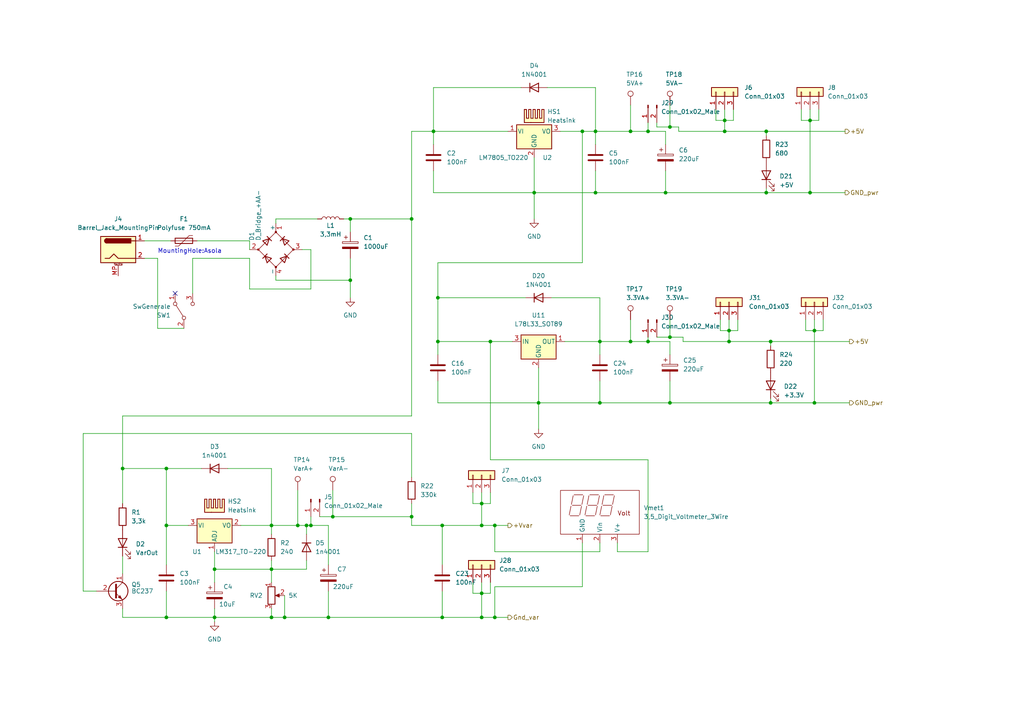
<source format=kicad_sch>
(kicad_sch (version 20211123) (generator eeschema)
  (paper "A4")
  (lib_symbols
    (symbol "Connector:Barrel_Jack_MountingPin" (pin_names hide)
      (property "Reference" "J" (at 0 5.334 0))
      (property "Value" "Barrel_Jack_MountingPin" (at 1.27 -6.35 0))
      (symbol "Barrel_Jack_MountingPin_0_1"
        (rectangle (start -5.08 3.81) (end 5.08 -3.81) (stroke (width 0.254)) (fill (type background)))
        (arc (start -3.302 3.175) (mid -3.937 2.54) (end -3.302 1.905) (stroke (width 0.254)))
        (arc (start -3.302 3.175) (mid -3.937 2.54) (end -3.302 1.905) (stroke (width 0.254)) (fill (type outline)))
        (polyline (pts (xy 5.08 2.54) (xy 3.81 2.54)) (stroke (width 0.254)))
        (polyline (pts (xy -3.81 -2.54) (xy -2.54 -2.54) (xy -1.27 -1.27) (xy 0 -2.54) (xy 2.54 -2.54) (xy 5.08 -2.54)) (stroke (width 0.254)))
        (rectangle (start 3.683 3.175) (end -3.302 1.905) (stroke (width 0.254)) (fill (type outline)))
      )
      (symbol "Barrel_Jack_MountingPin_1_1"
        (polyline (pts (xy -1.016 -4.572) (xy 1.016 -4.572)) (stroke (width 0.1524)))
        (text "Mounting" (at 0 -4.191 0) (effects (font (size 0.381 0.381))))
        (pin passive line (at 7.62 2.54 180) (length 2.54) (name "~") (number "1"))
        (pin passive line (at 7.62 -2.54 180) (length 2.54) (name "~") (number "2"))
        (pin passive line (at 0 -7.62 90) (length 3.048) (name "MountPin") (number "MP"))
      )
    )
    (symbol "Connector:Conn_01x02_Male" (pin_names (offset 1.016) hide)
      (property "Reference" "J" (at 0 2.54 0))
      (property "Value" "Conn_01x02_Male" (at 0 -5.08 0))
      (symbol "Conn_01x02_Male_1_1"
        (polyline (pts (xy 1.27 -2.54) (xy 0.8636 -2.54)) (stroke (width 0.1524)))
        (polyline (pts (xy 1.27 0) (xy 0.8636 0)) (stroke (width 0.1524)))
        (rectangle (start 0.8636 -2.413) (end 0 -2.667) (stroke (width 0.1524)) (fill (type outline)))
        (rectangle (start 0.8636 0.127) (end 0 -0.127) (stroke (width 0.1524)) (fill (type outline)))
        (pin passive line (at 5.08 0 180) (length 3.81) (name "Pin_1") (number "1"))
        (pin passive line (at 5.08 -2.54 180) (length 3.81) (name "Pin_2") (number "2"))
      )
    )
    (symbol "Connector:TestPoint" (pin_numbers hide) (pin_names (offset 0.762) hide)
      (property "Reference" "TP" (at 0 6.858 0))
      (property "Value" "TestPoint" (at 0 5.08 0))
      (symbol "TestPoint_0_1"
        (circle (center 0 3.302) (radius 0.762))
      )
      (symbol "TestPoint_1_1"
        (pin passive line (at 0 0 90) (length 2.54) (name "1") (number "1"))
      )
    )
    (symbol "Connector_Generic:Conn_01x03" (pin_names (offset 1.016) hide)
      (property "Reference" "J" (at 0 5.08 0))
      (property "Value" "Conn_01x03" (at 0 -5.08 0))
      (symbol "Conn_01x03_1_1"
        (rectangle (start -1.27 -2.413) (end 0 -2.667) (stroke (width 0.1524)))
        (rectangle (start -1.27 0.127) (end 0 -0.127) (stroke (width 0.1524)))
        (rectangle (start -1.27 2.667) (end 0 2.413) (stroke (width 0.1524)))
        (rectangle (start -1.27 3.81) (end 1.27 -3.81) (stroke (width 0.254)) (fill (type background)))
        (pin passive line (at -5.08 2.54 0) (length 3.81) (name "Pin_1") (number "1"))
        (pin passive line (at -5.08 0 0) (length 3.81) (name "Pin_2") (number "2"))
        (pin passive line (at -5.08 -2.54 0) (length 3.81) (name "Pin_3") (number "3"))
      )
    )
    (symbol "Device:C" (pin_numbers hide) (pin_names (offset 0.254))
      (property "Reference" "C" (at 0.635 2.54 0))
      (property "Value" "C" (at 0.635 -2.54 0))
      (symbol "C_0_1"
        (polyline (pts (xy -2.032 -0.762) (xy 2.032 -0.762)) (stroke (width 0.508)))
        (polyline (pts (xy -2.032 0.762) (xy 2.032 0.762)) (stroke (width 0.508)))
      )
      (symbol "C_1_1"
        (pin passive line (at 0 3.81 270) (length 2.794) (name "~") (number "1"))
        (pin passive line (at 0 -3.81 90) (length 2.794) (name "~") (number "2"))
      )
    )
    (symbol "Device:C_Polarized" (pin_numbers hide) (pin_names (offset 0.254))
      (property "Reference" "C" (at 0.635 2.54 0))
      (property "Value" "C_Polarized" (at 0.635 -2.54 0))
      (symbol "C_Polarized_0_1"
        (rectangle (start -2.286 0.508) (end 2.286 1.016))
        (polyline (pts (xy -1.778 2.286) (xy -0.762 2.286)))
        (polyline (pts (xy -1.27 2.794) (xy -1.27 1.778)))
        (rectangle (start 2.286 -0.508) (end -2.286 -1.016) (fill (type outline)))
      )
      (symbol "C_Polarized_1_1"
        (pin passive line (at 0 3.81 270) (length 2.794) (name "~") (number "1"))
        (pin passive line (at 0 -3.81 90) (length 2.794) (name "~") (number "2"))
      )
    )
    (symbol "Device:D" (pin_numbers hide) (pin_names (offset 1.016) hide)
      (property "Reference" "D" (at 0 2.54 0))
      (property "Value" "D" (at 0 -2.54 0))
      (symbol "D_0_1"
        (polyline (pts (xy -1.27 1.27) (xy -1.27 -1.27)) (stroke (width 0.254)))
        (polyline (pts (xy 1.27 0) (xy -1.27 0)))
        (polyline (pts (xy 1.27 1.27) (xy 1.27 -1.27) (xy -1.27 0) (xy 1.27 1.27)) (stroke (width 0.254)))
      )
      (symbol "D_1_1"
        (pin passive line (at -3.81 0 0) (length 2.54) (name "K") (number "1"))
        (pin passive line (at 3.81 0 180) (length 2.54) (name "A") (number "2"))
      )
    )
    (symbol "Device:D_Bridge_+AA-" (pin_names (offset 0))
      (property "Reference" "D" (at 2.54 6.985 0))
      (property "Value" "D_Bridge_+AA-" (at 2.54 5.08 0))
      (symbol "D_Bridge_+AA-_0_1"
        (circle (center -5.08 0) (radius 0.254) (fill (type outline)))
        (circle (center 0 -5.08) (radius 0.254) (fill (type outline)))
        (polyline (pts (xy -2.54 3.81) (xy -1.27 2.54)) (stroke (width 0.254)))
        (polyline (pts (xy -1.27 -2.54) (xy -2.54 -3.81)) (stroke (width 0.254)))
        (polyline (pts (xy 2.54 -1.27) (xy 3.81 -2.54)) (stroke (width 0.254)))
        (polyline (pts (xy 2.54 1.27) (xy 3.81 2.54)) (stroke (width 0.254)))
        (polyline (pts (xy -3.81 2.54) (xy -2.54 1.27) (xy -1.905 3.175) (xy -3.81 2.54)) (stroke (width 0.254)))
        (polyline (pts (xy -2.54 -1.27) (xy -3.81 -2.54) (xy -1.905 -3.175) (xy -2.54 -1.27)) (stroke (width 0.254)))
        (polyline (pts (xy 1.27 2.54) (xy 2.54 3.81) (xy 3.175 1.905) (xy 1.27 2.54)) (stroke (width 0.254)))
        (polyline (pts (xy 3.175 -1.905) (xy 1.27 -2.54) (xy 2.54 -3.81) (xy 3.175 -1.905)) (stroke (width 0.254)))
        (polyline (pts (xy -5.08 0) (xy 0 -5.08) (xy 5.08 0) (xy 0 5.08) (xy -5.08 0)))
        (circle (center 0 5.08) (radius 0.254) (fill (type outline)))
        (circle (center 5.08 0) (radius 0.254) (fill (type outline)))
      )
      (symbol "D_Bridge_+AA-_1_1"
        (pin passive line (at 7.62 0 180) (length 2.54) (name "+") (number "1"))
        (pin passive line (at 0 7.62 270) (length 2.54) (name "~") (number "2"))
        (pin passive line (at 0 -7.62 90) (length 2.54) (name "~") (number "3"))
        (pin passive line (at -7.62 0 0) (length 2.54) (name "-") (number "4"))
      )
    )
    (symbol "Device:L" (pin_numbers hide) (pin_names (offset 1.016) hide)
      (property "Reference" "L" (at -1.27 0 90))
      (property "Value" "L" (at 1.905 0 90))
      (symbol "L_0_1"
        (arc (start 0 -2.54) (mid 0.635 -1.905) (end 0 -1.27))
        (arc (start 0 -1.27) (mid 0.635 -0.635) (end 0 0))
        (arc (start 0 0) (mid 0.635 0.635) (end 0 1.27))
        (arc (start 0 1.27) (mid 0.635 1.905) (end 0 2.54))
      )
      (symbol "L_1_1"
        (pin passive line (at 0 3.81 270) (length 1.27) (name "1") (number "1"))
        (pin passive line (at 0 -3.81 90) (length 1.27) (name "2") (number "2"))
      )
    )
    (symbol "Device:LED" (pin_numbers hide) (pin_names (offset 1.016) hide)
      (property "Reference" "D" (at 0 2.54 0))
      (property "Value" "LED" (at 0 -2.54 0))
      (symbol "LED_0_1"
        (polyline (pts (xy -1.27 -1.27) (xy -1.27 1.27)) (stroke (width 0.254)))
        (polyline (pts (xy -1.27 0) (xy 1.27 0)))
        (polyline (pts (xy 1.27 -1.27) (xy 1.27 1.27) (xy -1.27 0) (xy 1.27 -1.27)) (stroke (width 0.254)))
        (polyline (pts (xy -3.048 -0.762) (xy -4.572 -2.286) (xy -3.81 -2.286) (xy -4.572 -2.286) (xy -4.572 -1.524)))
        (polyline (pts (xy -1.778 -0.762) (xy -3.302 -2.286) (xy -2.54 -2.286) (xy -3.302 -2.286) (xy -3.302 -1.524)))
      )
      (symbol "LED_1_1"
        (pin passive line (at -3.81 0 0) (length 2.54) (name "K") (number "1"))
        (pin passive line (at 3.81 0 180) (length 2.54) (name "A") (number "2"))
      )
    )
    (symbol "Device:Polyfuse" (pin_numbers hide) (pin_names (offset 0))
      (property "Reference" "F" (at -2.54 0 90))
      (property "Value" "Polyfuse" (at 2.54 0 90))
      (symbol "Polyfuse_0_1"
        (rectangle (start -0.762 2.54) (end 0.762 -2.54) (stroke (width 0.254)))
        (polyline (pts (xy 0 2.54) (xy 0 -2.54)))
        (polyline (pts (xy -1.524 2.54) (xy -1.524 1.524) (xy 1.524 -1.524) (xy 1.524 -2.54)))
      )
      (symbol "Polyfuse_1_1"
        (pin passive line (at 0 3.81 270) (length 1.27) (name "~") (number "1"))
        (pin passive line (at 0 -3.81 90) (length 1.27) (name "~") (number "2"))
      )
    )
    (symbol "Device:R" (pin_numbers hide) (pin_names (offset 0))
      (property "Reference" "R" (at 2.032 0 90))
      (property "Value" "R" (at 0 0 90))
      (symbol "R_0_1"
        (rectangle (start -1.016 -2.54) (end 1.016 2.54) (stroke (width 0.254)))
      )
      (symbol "R_1_1"
        (pin passive line (at 0 3.81 270) (length 1.27) (name "~") (number "1"))
        (pin passive line (at 0 -3.81 90) (length 1.27) (name "~") (number "2"))
      )
    )
    (symbol "Device:R_Potentiometer" (pin_names (offset 1.016) hide)
      (property "Reference" "RV" (at -4.445 0 90))
      (property "Value" "R_Potentiometer" (at -2.54 0 90))
      (symbol "R_Potentiometer_0_1"
        (polyline (pts (xy 2.54 0) (xy 1.524 0)))
        (polyline (pts (xy 1.143 0) (xy 2.286 0.508) (xy 2.286 -0.508) (xy 1.143 0)) (fill (type outline)))
        (rectangle (start 1.016 2.54) (end -1.016 -2.54) (stroke (width 0.254)))
      )
      (symbol "R_Potentiometer_1_1"
        (pin passive line (at 0 3.81 270) (length 1.27) (name "1") (number "1"))
        (pin passive line (at 3.81 0 180) (length 1.27) (name "2") (number "2"))
        (pin passive line (at 0 -3.81 90) (length 1.27) (name "3") (number "3"))
      )
    )
    (symbol "DigitalInstruments:3,5_Digit_Voltmeter_3Wire"
      (property "Reference" "Vmet" (at 0 12.192 0))
      (property "Value" "3,5_Digit_Voltmeter_3Wire" (at 0.381 9.525 0))
      (symbol "3,5_Digit_Voltmeter_3Wire_0_0"
        (text "Volt" (at 6.985 1.016 0) (effects (font (size 1.27 1.27))))
      )
      (symbol "3,5_Digit_Voltmeter_3Wire_0_1"
        (rectangle (start -11.43 7.62) (end 11.43 -5.08))
        (polyline (pts (xy -8.89 0.508) (xy -8.382 3.048)))
        (polyline (pts (xy -7.747 6.096) (xy -8.255 3.556)))
        (polyline (pts (xy -7.493 6.35) (xy -4.953 6.35)))
        (polyline (pts (xy -6.096 0.254) (xy -8.636 0.254)))
        (polyline (pts (xy -5.842 0.508) (xy -5.334 3.048)))
        (polyline (pts (xy -5.461 3.302) (xy -8.001 3.302)))
        (polyline (pts (xy -4.699 6.096) (xy -5.207 3.556)))
        (polyline (pts (xy -4.318 0.508) (xy -3.81 3.048)))
        (polyline (pts (xy -3.175 6.096) (xy -3.683 3.556)))
        (polyline (pts (xy -2.921 6.35) (xy -0.381 6.35)))
        (polyline (pts (xy -1.524 0.254) (xy -4.064 0.254)))
        (polyline (pts (xy -1.27 0.508) (xy -0.762 3.048)))
        (polyline (pts (xy -0.889 3.302) (xy -3.429 3.302)))
        (polyline (pts (xy -0.127 6.096) (xy -0.635 3.556)))
        (polyline (pts (xy 0 0.508) (xy 0.508 3.048)))
        (polyline (pts (xy 1.143 6.096) (xy 0.635 3.556)))
        (polyline (pts (xy 1.397 6.35) (xy 3.937 6.35)))
        (polyline (pts (xy 2.794 0.254) (xy 0.254 0.254)))
        (polyline (pts (xy 3.048 0.508) (xy 3.556 3.048)))
        (polyline (pts (xy 3.429 3.302) (xy 0.889 3.302)))
        (polyline (pts (xy 4.191 6.096) (xy 3.683 3.556)))
      )
      (symbol "3,5_Digit_Voltmeter_3Wire_1_1"
        (pin power_in line (at -5.08 -7.62 90) (length 2.54) (name "GND") (number "1"))
        (pin input line (at 0 -7.62 90) (length 2.54) (name "Vin") (number "2"))
        (pin power_in line (at 5.08 -7.62 90) (length 2.54) (name "V+") (number "3"))
      )
    )
    (symbol "GND_1" (power) (pin_names (offset 0))
      (property "Value" "GND_1" (at 0 -3.81 0))
      (symbol "GND_1_0_1"
        (polyline (pts (xy 0 0) (xy 0 -1.27) (xy 1.27 -1.27) (xy 0 -2.54) (xy -1.27 -1.27) (xy 0 -1.27)))
      )
      (symbol "GND_1_1_1"
        (pin power_in line (at 0 0 270) (length 0) hide (name "GND") (number "1"))
      )
    )
    (symbol "Mechanical:Heatsink" (pin_names (offset 1.016))
      (property "Reference" "HS" (at 0 5.08 0))
      (property "Value" "Heatsink" (at 0 -1.27 0))
      (symbol "Heatsink_0_1"
        (polyline (pts (xy -0.3302 1.27) (xy -0.9652 1.27) (xy -0.9652 3.81) (xy -1.6002 3.81) (xy -1.6002 1.27) (xy -2.2352 1.27) (xy -2.2352 3.81) (xy -2.8702 3.81) (xy -2.8702 0) (xy -0.9652 0)) (stroke (width 0.254)) (fill (type background)))
        (polyline (pts (xy -0.3302 1.27) (xy -0.3302 3.81) (xy 0.3048 3.81) (xy 0.3048 1.27) (xy 0.9398 1.27) (xy 0.9398 3.81) (xy 1.5748 3.81) (xy 1.5748 1.27) (xy 2.2098 1.27) (xy 2.2098 3.81) (xy 2.8448 3.81) (xy 2.8448 0) (xy -0.9652 0)) (stroke (width 0.254)) (fill (type background)))
      )
    )
    (symbol "Regulator_Linear:L78L33_SOT89" (pin_names (offset 0.254))
      (property "Reference" "U" (at -3.81 3.175 0))
      (property "Value" "L78L33_SOT89" (at -0.635 3.175 0))
      (symbol "L78L33_SOT89_0_1"
        (rectangle (start -5.08 1.905) (end 5.08 -5.08) (stroke (width 0.254)) (fill (type background)))
      )
      (symbol "L78L33_SOT89_1_1"
        (pin power_out line (at 7.62 0 180) (length 2.54) (name "OUT") (number "1"))
        (pin power_in line (at 0 -7.62 90) (length 2.54) (name "GND") (number "2"))
        (pin power_in line (at -7.62 0 0) (length 2.54) (name "IN") (number "3"))
      )
    )
    (symbol "Regulator_Linear:LM317_TO-220" (pin_names (offset 0.254))
      (property "Reference" "U" (at -3.81 3.175 0))
      (property "Value" "LM317_TO-220" (at 0 3.175 0))
      (symbol "LM317_TO-220_0_1"
        (rectangle (start -5.08 1.905) (end 5.08 -5.08) (stroke (width 0.254)) (fill (type background)))
      )
      (symbol "LM317_TO-220_1_1"
        (pin input line (at 0 -7.62 90) (length 2.54) (name "ADJ") (number "1"))
        (pin power_out line (at 7.62 0 180) (length 2.54) (name "VO") (number "2"))
        (pin power_in line (at -7.62 0 0) (length 2.54) (name "VI") (number "3"))
      )
    )
    (symbol "Regulator_Linear:LM7805_TO220" (pin_names (offset 0.254))
      (property "Reference" "U" (at -3.81 3.175 0))
      (property "Value" "LM7805_TO220" (at 0 3.175 0))
      (symbol "LM7805_TO220_0_1"
        (rectangle (start -5.08 1.905) (end 5.08 -5.08) (stroke (width 0.254)) (fill (type background)))
      )
      (symbol "LM7805_TO220_1_1"
        (pin power_in line (at -7.62 0 0) (length 2.54) (name "VI") (number "1"))
        (pin power_in line (at 0 -7.62 90) (length 2.54) (name "GND") (number "2"))
        (pin power_out line (at 7.62 0 180) (length 2.54) (name "VO") (number "3"))
      )
    )
    (symbol "Switch:SW_SPDT" (pin_names (offset 0) hide)
      (property "Reference" "SW" (at 0 4.318 0))
      (property "Value" "SW_SPDT" (at 0 -5.08 0))
      (symbol "SW_SPDT_0_0"
        (circle (center -2.032 0) (radius 0.508))
        (circle (center 2.032 -2.54) (radius 0.508))
      )
      (symbol "SW_SPDT_0_1"
        (polyline (pts (xy -1.524 0.254) (xy 1.651 2.286)))
        (circle (center 2.032 2.54) (radius 0.508))
      )
      (symbol "SW_SPDT_1_1"
        (pin passive line (at 5.08 2.54 180) (length 2.54) (name "A") (number "1"))
        (pin passive line (at -5.08 0 0) (length 2.54) (name "B") (number "2"))
        (pin passive line (at 5.08 -2.54 180) (length 2.54) (name "C") (number "3"))
      )
    )
    (symbol "Transistor_BJT:BC237" (pin_names (offset 0) hide)
      (property "Reference" "Q" (at 5.08 1.905 0))
      (property "Value" "BC237" (at 5.08 0 0))
      (symbol "BC237_0_1"
        (polyline (pts (xy 0 0) (xy 0.635 0)))
        (polyline (pts (xy 0.635 0.635) (xy 2.54 2.54)))
        (polyline (pts (xy 0.635 -0.635) (xy 2.54 -2.54) (xy 2.54 -2.54)))
        (polyline (pts (xy 0.635 1.905) (xy 0.635 -1.905) (xy 0.635 -1.905)) (stroke (width 0.508)))
        (polyline (pts (xy 1.27 -1.778) (xy 1.778 -1.27) (xy 2.286 -2.286) (xy 1.27 -1.778) (xy 1.27 -1.778)) (fill (type outline)))
        (circle (center 1.27 0) (radius 2.8194) (stroke (width 0.254)))
      )
      (symbol "BC237_1_1"
        (pin passive line (at 2.54 5.08 270) (length 2.54) (name "C") (number "1"))
        (pin input line (at -5.08 0 0) (length 5.08) (name "B") (number "2"))
        (pin passive line (at 2.54 -5.08 90) (length 2.54) (name "E") (number "3"))
      )
    )
    (symbol "power:GND" (power) (pin_names (offset 0))
      (property "Value" "GND" (at 0 -3.81 0))
      (symbol "GND_0_1"
        (polyline (pts (xy 0 0) (xy 0 -1.27) (xy 1.27 -1.27) (xy 0 -2.54) (xy -1.27 -1.27) (xy 0 -1.27)))
      )
      (symbol "GND_1_1"
        (pin power_in line (at 0 0 270) (length 0) hide (name "GND") (number "1"))
      )
    )
  )
  (junction (at 222.25 55.88))
  (junction (at 95.25 179.07))
  (junction (at 139.7 146.05))
  (junction (at 48.26 152.4))
  (junction (at 211.455 99.06))
  (junction (at 234.95 55.88))
  (junction (at 168.91 38.1))
  (junction (at 154.94 55.88))
  (junction (at 86.36 152.4))
  (junction (at 236.22 95.885))
  (junction (at 90.17 152.4))
  (junction (at 101.6 63.5))
  (junction (at 182.88 99.06))
  (junction (at 223.52 116.84))
  (junction (at 173.99 99.06))
  (junction (at 211.455 95.885))
  (junction (at 62.23 179.07))
  (junction (at 173.99 116.84))
  (junction (at 82.55 179.07))
  (junction (at 48.26 135.89))
  (junction (at 88.9 152.4))
  (junction (at 210.185 38.1))
  (junction (at 193.04 55.88))
  (junction (at 210.185 34.925))
  (junction (at 182.88 38.1))
  (junction (at 119.38 149.86))
  (junction (at 62.23 165.1))
  (junction (at 48.26 179.07))
  (junction (at 187.96 99.06))
  (junction (at 35.56 135.89))
  (junction (at 78.74 179.07))
  (junction (at 128.27 152.4))
  (junction (at 143.51 179.07))
  (junction (at 139.7 152.4))
  (junction (at 139.7 179.07))
  (junction (at 194.31 36.83))
  (junction (at 223.52 99.06))
  (junction (at 172.72 55.88))
  (junction (at 96.52 149.86))
  (junction (at 187.96 38.1))
  (junction (at 125.73 38.1))
  (junction (at 142.24 99.06))
  (junction (at 236.22 116.84))
  (junction (at 127 99.06))
  (junction (at 127 86.36))
  (junction (at 78.74 165.1))
  (junction (at 119.38 63.5))
  (junction (at 156.21 116.84))
  (junction (at 139.7 172.085))
  (junction (at 78.74 152.4))
  (junction (at 128.27 179.07))
  (junction (at 172.72 38.1))
  (junction (at 194.31 97.79))
  (junction (at 101.6 81.28))
  (junction (at 194.31 116.84))
  (junction (at 234.95 34.925))
  (junction (at 143.51 152.4))
  (junction (at 222.25 38.1))
  (no_connect (at 50.8 85.09))
  (wire (pts (xy 211.455 92.71) (xy 211.455 95.885)))
  (wire (pts (xy 168.91 76.2) (xy 127 76.2)))
  (wire (pts (xy 182.88 38.1) (xy 187.96 38.1)))
  (wire (pts (xy 139.7 172.085) (xy 139.7 179.07)))
  (wire (pts (xy 101.6 63.5) (xy 119.38 63.5)))
  (wire (pts (xy 172.72 38.1) (xy 172.72 41.91)))
  (wire (pts (xy 125.73 41.91) (xy 125.73 38.1)))
  (wire (pts (xy 90.17 83.82) (xy 90.17 72.39)))
  (wire (pts (xy 143.51 170.18) (xy 168.91 170.18)))
  (wire (pts (xy 99.695 63.5) (xy 101.6 63.5)))
  (wire (pts (xy 237.49 31.75) (xy 237.49 34.925)))
  (wire (pts (xy 139.7 142.875) (xy 139.7 146.05)))
  (wire (pts (xy 35.56 120.65) (xy 35.56 135.89)))
  (wire (pts (xy 142.24 133.35) (xy 187.96 133.35)))
  (wire (pts (xy 137.16 168.91) (xy 137.16 172.085)))
  (wire (pts (xy 35.56 135.89) (xy 35.56 146.05)))
  (wire (pts (xy 173.99 116.84) (xy 194.31 116.84)))
  (wire (pts (xy 127 116.84) (xy 156.21 116.84)))
  (wire (pts (xy 168.91 157.48) (xy 168.91 170.18)))
  (wire (pts (xy 212.725 31.75) (xy 212.725 34.925)))
  (wire (pts (xy 211.455 95.885) (xy 213.995 95.885)))
  (wire (pts (xy 80.01 81.28) (xy 101.6 81.28)))
  (wire (pts (xy 139.7 146.05) (xy 139.7 152.4)))
  (wire (pts (xy 86.36 152.4) (xy 88.9 152.4)))
  (wire (pts (xy 142.24 99.06) (xy 142.24 133.35)))
  (wire (pts (xy 210.185 31.75) (xy 210.185 34.925)))
  (wire (pts (xy 234.95 55.88) (xy 245.11 55.88)))
  (wire (pts (xy 223.52 115.57) (xy 223.52 116.84)))
  (wire (pts (xy 193.04 38.1) (xy 193.04 41.91)))
  (wire (pts (xy 194.31 99.06) (xy 194.31 102.87)))
  (wire (pts (xy 24.13 125.73) (xy 24.13 171.45)))
  (wire (pts (xy 173.99 110.49) (xy 173.99 116.84)))
  (wire (pts (xy 119.38 125.73) (xy 24.13 125.73)))
  (wire (pts (xy 48.26 152.4) (xy 54.61 152.4)))
  (wire (pts (xy 125.73 49.53) (xy 125.73 55.88)))
  (wire (pts (xy 119.38 152.4) (xy 128.27 152.4)))
  (wire (pts (xy 222.25 55.88) (xy 234.95 55.88)))
  (wire (pts (xy 210.185 34.925) (xy 210.185 38.1)))
  (wire (pts (xy 222.25 38.1) (xy 245.11 38.1)))
  (wire (pts (xy 158.75 25.4) (xy 172.72 25.4)))
  (wire (pts (xy 223.52 99.06) (xy 223.52 100.33)))
  (wire (pts (xy 143.51 170.18) (xy 143.51 179.07)))
  (wire (pts (xy 137.16 172.085) (xy 139.7 172.085)))
  (wire (pts (xy 142.24 142.875) (xy 142.24 146.05)))
  (wire (pts (xy 173.99 157.48) (xy 173.99 160.02)))
  (wire (pts (xy 156.21 116.84) (xy 156.21 124.46)))
  (wire (pts (xy 198.12 99.06) (xy 211.455 99.06)))
  (wire (pts (xy 139.7 168.91) (xy 139.7 172.085)))
  (wire (pts (xy 128.27 179.07) (xy 139.7 179.07)))
  (wire (pts (xy 57.15 69.85) (xy 72.39 69.85)))
  (wire (pts (xy 92.71 149.86) (xy 96.52 149.86)))
  (wire (pts (xy 194.31 97.79) (xy 198.12 97.79)))
  (wire (pts (xy 236.22 116.84) (xy 246.38 116.84)))
  (wire (pts (xy 35.56 161.29) (xy 35.56 166.37)))
  (wire (pts (xy 125.73 38.1) (xy 147.32 38.1)))
  (wire (pts (xy 168.91 38.1) (xy 168.91 76.2)))
  (wire (pts (xy 187.96 160.02) (xy 179.07 160.02)))
  (wire (pts (xy 187.96 133.35) (xy 187.96 160.02)))
  (wire (pts (xy 128.27 152.4) (xy 128.27 163.83)))
  (wire (pts (xy 127 102.87) (xy 127 99.06)))
  (wire (pts (xy 88.9 152.4) (xy 88.9 154.94)))
  (wire (pts (xy 86.36 142.24) (xy 86.36 152.4)))
  (wire (pts (xy 80.01 63.5) (xy 92.075 63.5)))
  (wire (pts (xy 142.24 168.91) (xy 142.24 172.085)))
  (wire (pts (xy 78.74 176.53) (xy 78.74 179.07)))
  (wire (pts (xy 194.31 92.71) (xy 194.31 97.79)))
  (wire (pts (xy 119.38 120.65) (xy 35.56 120.65)))
  (wire (pts (xy 78.74 162.56) (xy 78.74 165.1)))
  (wire (pts (xy 143.51 179.07) (xy 147.32 179.07)))
  (wire (pts (xy 62.23 160.02) (xy 62.23 165.1)))
  (wire (pts (xy 119.38 63.5) (xy 119.38 120.65)))
  (wire (pts (xy 119.38 149.86) (xy 119.38 152.4)))
  (wire (pts (xy 151.13 25.4) (xy 125.73 25.4)))
  (wire (pts (xy 198.12 97.79) (xy 198.12 99.06)))
  (wire (pts (xy 207.645 34.925) (xy 210.185 34.925)))
  (wire (pts (xy 90.17 149.86) (xy 90.17 152.4)))
  (wire (pts (xy 95.25 152.4) (xy 95.25 163.83)))
  (wire (pts (xy 152.4 86.36) (xy 127 86.36)))
  (wire (pts (xy 88.9 152.4) (xy 90.17 152.4)))
  (wire (pts (xy 137.16 146.05) (xy 139.7 146.05)))
  (wire (pts (xy 234.95 31.75) (xy 234.95 34.925)))
  (wire (pts (xy 173.99 99.06) (xy 173.99 102.87)))
  (wire (pts (xy 168.91 38.1) (xy 172.72 38.1)))
  (wire (pts (xy 90.17 152.4) (xy 95.25 152.4)))
  (wire (pts (xy 236.22 92.71) (xy 236.22 95.885)))
  (wire (pts (xy 35.56 176.53) (xy 35.56 179.07)))
  (wire (pts (xy 182.88 30.48) (xy 182.88 38.1)))
  (wire (pts (xy 119.38 146.05) (xy 119.38 149.86)))
  (wire (pts (xy 236.22 95.885) (xy 238.76 95.885)))
  (wire (pts (xy 35.56 135.89) (xy 48.26 135.89)))
  (wire (pts (xy 194.31 36.83) (xy 194.31 30.48)))
  (wire (pts (xy 41.91 69.85) (xy 49.53 69.85)))
  (wire (pts (xy 69.85 152.4) (xy 78.74 152.4)))
  (wire (pts (xy 72.39 83.82) (xy 90.17 83.82)))
  (wire (pts (xy 234.95 34.925) (xy 237.49 34.925)))
  (wire (pts (xy 78.74 152.4) (xy 78.74 135.89)))
  (wire (pts (xy 222.25 38.1) (xy 222.25 39.37)))
  (wire (pts (xy 101.6 74.93) (xy 101.6 81.28)))
  (wire (pts (xy 211.455 99.06) (xy 223.52 99.06)))
  (wire (pts (xy 211.455 95.885) (xy 211.455 99.06)))
  (wire (pts (xy 78.74 152.4) (xy 78.74 154.94)))
  (wire (pts (xy 232.41 31.75) (xy 232.41 34.925)))
  (wire (pts (xy 194.31 116.84) (xy 223.52 116.84)))
  (wire (pts (xy 48.26 179.07) (xy 62.23 179.07)))
  (wire (pts (xy 173.99 99.06) (xy 182.88 99.06)))
  (wire (pts (xy 125.73 25.4) (xy 125.73 38.1)))
  (wire (pts (xy 90.17 72.39) (xy 87.63 72.39)))
  (wire (pts (xy 96.52 149.86) (xy 119.38 149.86)))
  (wire (pts (xy 156.21 106.68) (xy 156.21 116.84)))
  (wire (pts (xy 119.38 38.1) (xy 119.38 63.5)))
  (wire (pts (xy 143.51 152.4) (xy 147.32 152.4)))
  (wire (pts (xy 55.88 74.93) (xy 72.39 74.93)))
  (wire (pts (xy 35.56 179.07) (xy 48.26 179.07)))
  (wire (pts (xy 101.6 81.28) (xy 101.6 86.36)))
  (wire (pts (xy 190.5 97.79) (xy 194.31 97.79)))
  (wire (pts (xy 72.39 74.93) (xy 72.39 83.82)))
  (wire (pts (xy 233.68 92.71) (xy 233.68 95.885)))
  (wire (pts (xy 187.96 35.56) (xy 187.96 38.1)))
  (wire (pts (xy 101.6 63.5) (xy 101.6 67.31)))
  (wire (pts (xy 187.96 38.1) (xy 193.04 38.1)))
  (wire (pts (xy 119.38 38.1) (xy 125.73 38.1)))
  (wire (pts (xy 78.74 165.1) (xy 62.23 165.1)))
  (wire (pts (xy 172.72 38.1) (xy 182.88 38.1)))
  (wire (pts (xy 88.9 165.1) (xy 88.9 162.56)))
  (wire (pts (xy 95.25 179.07) (xy 95.25 171.45)))
  (wire (pts (xy 80.01 80.01) (xy 80.01 81.28)))
  (wire (pts (xy 48.26 152.4) (xy 48.26 163.83)))
  (wire (pts (xy 48.26 135.89) (xy 48.26 152.4)))
  (wire (pts (xy 196.85 38.1) (xy 210.185 38.1)))
  (wire (pts (xy 236.22 95.885) (xy 236.22 116.84)))
  (wire (pts (xy 80.01 63.5) (xy 80.01 64.77)))
  (wire (pts (xy 127 110.49) (xy 127 116.84)))
  (wire (pts (xy 78.74 179.07) (xy 82.55 179.07)))
  (wire (pts (xy 187.96 97.79) (xy 187.96 99.06)))
  (wire (pts (xy 58.42 135.89) (xy 48.26 135.89)))
  (wire (pts (xy 41.91 74.93) (xy 45.72 74.93)))
  (wire (pts (xy 82.55 179.07) (xy 95.25 179.07)))
  (wire (pts (xy 142.24 99.06) (xy 148.59 99.06)))
  (wire (pts (xy 154.94 55.88) (xy 172.72 55.88)))
  (wire (pts (xy 154.94 45.72) (xy 154.94 55.88)))
  (wire (pts (xy 163.83 99.06) (xy 173.99 99.06)))
  (wire (pts (xy 139.7 152.4) (xy 143.51 152.4)))
  (wire (pts (xy 127 86.36) (xy 127 99.06)))
  (wire (pts (xy 96.52 142.24) (xy 96.52 149.86)))
  (wire (pts (xy 222.25 54.61) (xy 222.25 55.88)))
  (wire (pts (xy 234.95 34.925) (xy 234.95 55.88)))
  (wire (pts (xy 55.88 74.93) (xy 55.88 85.09)))
  (wire (pts (xy 53.34 95.25) (xy 45.72 95.25)))
  (wire (pts (xy 210.185 34.925) (xy 212.725 34.925)))
  (wire (pts (xy 78.74 152.4) (xy 86.36 152.4)))
  (wire (pts (xy 160.02 86.36) (xy 173.99 86.36)))
  (wire (pts (xy 139.7 172.085) (xy 142.24 172.085)))
  (wire (pts (xy 223.52 116.84) (xy 236.22 116.84)))
  (wire (pts (xy 125.73 55.88) (xy 154.94 55.88)))
  (wire (pts (xy 173.99 86.36) (xy 173.99 99.06)))
  (wire (pts (xy 78.74 165.1) (xy 78.74 168.91)))
  (wire (pts (xy 223.52 99.06) (xy 246.38 99.06)))
  (wire (pts (xy 194.31 110.49) (xy 194.31 116.84)))
  (wire (pts (xy 208.915 95.885) (xy 211.455 95.885)))
  (wire (pts (xy 190.5 36.83) (xy 194.31 36.83)))
  (wire (pts (xy 190.5 35.56) (xy 190.5 36.83)))
  (wire (pts (xy 127 99.06) (xy 142.24 99.06)))
  (wire (pts (xy 62.23 165.1) (xy 62.23 168.91)))
  (wire (pts (xy 128.27 152.4) (xy 139.7 152.4)))
  (wire (pts (xy 139.7 179.07) (xy 143.51 179.07)))
  (wire (pts (xy 127 76.2) (xy 127 86.36)))
  (wire (pts (xy 182.88 99.06) (xy 187.96 99.06)))
  (wire (pts (xy 232.41 34.925) (xy 234.95 34.925)))
  (wire (pts (xy 179.07 160.02) (xy 179.07 157.48)))
  (wire (pts (xy 128.27 171.45) (xy 128.27 179.07)))
  (wire (pts (xy 45.72 74.93) (xy 45.72 95.25)))
  (wire (pts (xy 238.76 92.71) (xy 238.76 95.885)))
  (wire (pts (xy 196.85 36.83) (xy 196.85 38.1)))
  (wire (pts (xy 78.74 165.1) (xy 88.9 165.1)))
  (wire (pts (xy 139.7 146.05) (xy 142.24 146.05)))
  (wire (pts (xy 213.995 92.71) (xy 213.995 95.885)))
  (wire (pts (xy 207.645 31.75) (xy 207.645 34.925)))
  (wire (pts (xy 62.23 176.53) (xy 62.23 179.07)))
  (wire (pts (xy 193.04 49.53) (xy 193.04 55.88)))
  (wire (pts (xy 62.23 179.07) (xy 62.23 180.34)))
  (wire (pts (xy 95.25 179.07) (xy 128.27 179.07)))
  (wire (pts (xy 193.04 55.88) (xy 222.25 55.88)))
  (wire (pts (xy 187.96 99.06) (xy 194.31 99.06)))
  (wire (pts (xy 172.72 55.88) (xy 193.04 55.88)))
  (wire (pts (xy 78.74 135.89) (xy 66.04 135.89)))
  (wire (pts (xy 162.56 38.1) (xy 168.91 38.1)))
  (wire (pts (xy 172.72 25.4) (xy 172.72 38.1)))
  (wire (pts (xy 208.915 92.71) (xy 208.915 95.885)))
  (wire (pts (xy 143.51 160.02) (xy 143.51 152.4)))
  (wire (pts (xy 143.51 160.02) (xy 173.99 160.02)))
  (wire (pts (xy 154.94 55.88) (xy 154.94 63.5)))
  (wire (pts (xy 172.72 49.53) (xy 172.72 55.88)))
  (wire (pts (xy 72.39 69.85) (xy 72.39 72.39)))
  (wire (pts (xy 119.38 138.43) (xy 119.38 125.73)))
  (wire (pts (xy 156.21 116.84) (xy 173.99 116.84)))
  (wire (pts (xy 210.185 38.1) (xy 222.25 38.1)))
  (wire (pts (xy 182.88 92.71) (xy 182.88 99.06)))
  (wire (pts (xy 233.68 95.885) (xy 236.22 95.885)))
  (wire (pts (xy 24.13 171.45) (xy 27.94 171.45)))
  (wire (pts (xy 194.31 36.83) (xy 196.85 36.83)))
  (wire (pts (xy 62.23 179.07) (xy 78.74 179.07)))
  (wire (pts (xy 82.55 172.72) (xy 82.55 179.07)))
  (wire (pts (xy 48.26 171.45) (xy 48.26 179.07)))
  (wire (pts (xy 137.16 142.875) (xy 137.16 146.05)))
  (text "MountingHole:Asola" (at 45.72 73.66 0) (effects (font (size 1.27 1.27)) (justify left bottom)))
  (hierarchical_label "+5V" (shape output) (at 246.38 99.06 0))
  (hierarchical_label "Gnd_var" (shape output) (at 147.32 179.07 0))
  (hierarchical_label "+5V" (shape output) (at 245.11 38.1 0))
  (hierarchical_label "GND_pwr" (shape output) (at 246.38 116.84 0))
  (hierarchical_label "GND_pwr" (shape output) (at 245.11 55.88 0))
  (hierarchical_label "+Vvar" (shape output) (at 147.32 152.4 0))
  (symbol (lib_id "Device:R_Potentiometer") (at 78.74 172.72 0) (unit 1)
    (property "Reference" "RV2" (at 76.2 172.72 0) (effects (justify right)))
    (property "Value" "5K" (at 86.36 172.72 0) (effects (justify right)))
    (property "Footprint" "Potentiometer_THT:Potentiometer_Omeg_PC16BU_Vertical" (effects hide))
  )
  (symbol (lib_id "Device:C") (at 128.27 167.64 0) (unit 1)
    (property "Reference" "C23" (at 132.08 166.3699 0) (effects (justify left)))
    (property "Value" "100nF" (at 132.08 168.9099 0) (effects (justify left)))
    (property "Footprint" "Capacitor_THT:C_Disc_D7.0mm_W2.5mm_P5.00mm" (effects hide))
  )
  (symbol (lib_id "power:GND") (at 101.6 86.36 0) (unit 1)
    (property "Reference" "#PWR0106" (effects hide))
    (property "Value" "GND" (at 101.6 91.44 0))
  )
  (symbol (lib_id "Connector_Generic:Conn_01x03") (at 139.7 163.83 90) (unit 1)
    (property "Reference" "J28" (at 144.78 162.5599 90) (effects (justify right)))
    (property "Value" "Conn_01x03" (at 144.78 165.0999 90) (effects (justify right)))
    (property "Footprint" "Connector_PinHeader_2.54mm:PinHeader_1x03_P2.54mm_Vertical" (effects hide))
  )
  (symbol (lib_id "power:GND") (at 154.94 63.5 0) (unit 1)
    (property "Reference" "#PWR02" (effects hide))
    (property "Value" "GND" (at 154.94 68.58 0))
  )
  (symbol (lib_id "Device:D") (at 62.23 135.89 0) (unit 1)
    (property "Reference" "D3" (at 62.23 129.54 0))
    (property "Value" "1n4001" (at 62.23 132.08 0))
    (property "Footprint" "Diode_THT:D_A-405_P10.16mm_Horizontal" (effects hide))
  )
  (symbol (lib_id "Mechanical:Heatsink") (at 154.94 35.56 0) (unit 1)
    (property "Reference" "HS1" (at 158.75 32.3849 0) (effects (justify left)))
    (property "Value" "Heatsink" (at 158.75 34.9249 0) (effects (justify left)))
    (property "Footprint" "Heatsink2:Heatsink_28x25_Horiz" (effects hide))
  )
  (symbol (lib_id "Connector_Generic:Conn_01x03") (at 210.185 26.67 90) (unit 1)
    (property "Reference" "J6" (at 215.9 25.3999 90) (effects (justify right)))
    (property "Value" "Conn_01x03" (at 215.9 27.9399 90) (effects (justify right)))
    (property "Footprint" "Connector_PinHeader_2.54mm:PinHeader_1x03_P2.54mm_Vertical" (effects hide))
  )
  (symbol (lib_id "Device:C_Polarized") (at 101.6 71.12 0) (unit 1)
    (property "Reference" "C1" (at 105.41 68.9609 0) (effects (justify left)))
    (property "Value" "1000uF" (at 105.41 71.5009 0) (effects (justify left)))
    (property "Footprint" "Capacitor_THT:CP_Radial_D17.0mm_P7.50mm" (effects hide))
  )
  (symbol (lib_id "Device:R") (at 222.25 43.18 0) (unit 1)
    (property "Reference" "R23" (at 224.79 41.9099 0) (effects (justify left)))
    (property "Value" "680" (at 224.79 44.4499 0) (effects (justify left)))
    (property "Footprint" "Resistor_THT:R_Axial_DIN0207_L6.3mm_D2.5mm_P10.16mm_Horizontal" (effects hide))
  )
  (symbol (lib_id "Device:Polyfuse") (at 53.34 69.85 90) (unit 1)
    (property "Reference" "F1" (at 53.34 63.5 90))
    (property "Value" "Polyfuse 750mA" (at 53.34 66.04 90))
    (property "Footprint" "Varistor:RV_Disc_D7mm_W5.4mm_P5mm" (effects hide))
  )
  (symbol (lib_id "Connector_Generic:Conn_01x03") (at 211.455 87.63 90) (unit 1)
    (property "Reference" "J31" (at 217.17 86.3599 90) (effects (justify right)))
    (property "Value" "Conn_01x03" (at 217.17 88.8999 90) (effects (justify right)))
    (property "Footprint" "Connector_PinHeader_2.54mm:PinHeader_1x03_P2.54mm_Vertical" (effects hide))
  )
  (symbol (lib_id "Mechanical:Heatsink") (at 62.23 148.59 0) (unit 1)
    (property "Reference" "HS2" (at 66.04 145.4149 0) (effects (justify left)))
    (property "Value" "Heatsink" (at 66.04 147.9549 0) (effects (justify left)))
    (property "Footprint" "Heatsink2:Heatsink_28x25_Horiz" (effects hide))
  )
  (symbol (lib_id "Device:C") (at 48.26 167.64 0) (unit 1)
    (property "Reference" "C3" (at 52.07 166.3699 0) (effects (justify left)))
    (property "Value" "100nF" (at 52.07 168.9099 0) (effects (justify left)))
    (property "Footprint" "Capacitor_THT:C_Disc_D7.0mm_W2.5mm_P5.00mm" (effects hide))
  )
  (symbol (lib_id "DigitalInstruments:3,5_Digit_Voltmeter_3Wire") (at 173.99 149.86 0) (unit 1)
    (property "Reference" "Vmet1" (at 186.69 147.3199 0) (effects (justify left)))
    (property "Value" "3,5_Digit_Voltmeter_3Wire" (at 186.69 149.8599 0) (effects (justify left)))
    (property "Footprint" "VoltmeterModule:3,5 Digit 0,28'' Voltmeter" (effects hide))
  )
  (symbol (lib_id "power:GND") (at 156.21 124.46 0) (unit 1)
    (property "Reference" "#PWR0107" (effects hide))
    (property "Value" "GND" (at 156.21 129.54 0))
  )
  (symbol (lib_id "Connector:TestPoint") (at 86.36 142.24 0) (unit 1)
    (property "Reference" "TP14" (at 85.09 133.35 0) (effects (justify left)))
    (property "Value" "VarA+" (at 85.09 135.89 0) (effects (justify left)))
    (property "Footprint" "TestPoint:TestPoint_Loop_D3.80mm_Drill2.8mm" (effects hide))
  )
  (symbol (lib_id "Connector:Barrel_Jack_MountingPin") (at 34.29 72.39 0) (unit 1)
    (property "Reference" "J4" (at 34.29 63.5 0))
    (property "Value" "Barrel_Jack_MountingPin" (at 34.29 66.04 0))
    (property "Footprint" "Connector_BarrelJack:BarrelJack_Horizontal" (effects hide))
  )
  (symbol (lib_id "Connector:TestPoint") (at 182.88 30.48 0) (unit 1)
    (property "Reference" "TP16" (at 181.61 21.59 0) (effects (justify left)))
    (property "Value" "5VA+" (at 181.61 24.13 0) (effects (justify left)))
    (property "Footprint" "TestPoint:TestPoint_Loop_D3.80mm_Drill2.8mm" (effects hide))
  )
  (symbol (lib_id "Device:D") (at 156.21 86.36 0) (unit 1)
    (property "Reference" "D20" (at 156.21 80.01 0))
    (property "Value" "1N4001" (at 156.21 82.55 0))
    (property "Footprint" "Diode_THT:D_A-405_P10.16mm_Horizontal" (effects hide))
  )
  (symbol (lib_id "Device:C") (at 127 106.68 0) (unit 1)
    (property "Reference" "C16" (at 130.81 105.4099 0) (effects (justify left)))
    (property "Value" "100nF" (at 130.81 107.9499 0) (effects (justify left)))
    (property "Footprint" "Capacitor_THT:C_Disc_D7.0mm_W2.5mm_P5.00mm" (effects hide))
  )
  (symbol (lib_id "Device:C_Polarized") (at 62.23 172.72 0) (unit 1)
    (property "Reference" "C4" (at 64.77 170.18 0) (effects (justify left)))
    (property "Value" "10uF" (at 63.5 175.26 0) (effects (justify left)))
    (property "Footprint" "Capacitor_THT:CP_Radial_D5.0mm_P2.00mm" (effects hide))
  )
  (symbol (lib_name "GND_1") (lib_id "power:GND") (at 62.23 180.34 0) (unit 1)
    (property "Reference" "#PWR0105" (effects hide))
    (property "Value" "GND" (at 62.23 185.42 0))
  )
  (symbol (lib_id "Connector_Generic:Conn_01x03") (at 236.22 87.63 90) (unit 1)
    (property "Reference" "J32" (at 241.3 86.3599 90) (effects (justify right)))
    (property "Value" "Conn_01x03" (at 241.3 88.8999 90) (effects (justify right)))
    (property "Footprint" "Connector_PinHeader_2.54mm:PinHeader_1x03_P2.54mm_Vertical" (effects hide))
  )
  (symbol (lib_id "Device:C") (at 173.99 106.68 0) (unit 1)
    (property "Reference" "C24" (at 177.8 105.4099 0) (effects (justify left)))
    (property "Value" "100nF" (at 177.8 107.9499 0) (effects (justify left)))
    (property "Footprint" "Capacitor_THT:C_Disc_D7.0mm_W2.5mm_P5.00mm" (effects hide))
  )
  (symbol (lib_id "Device:R") (at 35.56 149.86 0) (unit 1)
    (property "Reference" "R1" (at 38.1 148.5899 0) (effects (justify left)))
    (property "Value" "3,3k" (at 38.1 151.1299 0) (effects (justify left)))
    (property "Footprint" "Resistor_THT:R_Axial_DIN0207_L6.3mm_D2.5mm_P10.16mm_Horizontal" (effects hide))
  )
  (symbol (lib_id "Connector:TestPoint") (at 96.52 142.24 0) (unit 1)
    (property "Reference" "TP15" (at 95.25 133.35 0) (effects (justify left)))
    (property "Value" "VarA-" (at 95.25 135.89 0) (effects (justify left)))
    (property "Footprint" "TestPoint:TestPoint_Loop_D3.80mm_Drill2.8mm" (effects hide))
  )
  (symbol (lib_id "Device:D_Bridge_+AA-") (at 80.01 72.39 90) (unit 1)
    (property "Reference" "D1" (at 73.025 69.85 0) (effects (justify left)))
    (property "Value" "D_Bridge_+AA-" (at 74.93 69.85 0) (effects (justify left)))
    (property "Footprint" "Diode_THT:Diode_Bridge_Vishay_KBL" (effects hide))
  )
  (symbol (lib_id "Connector_Generic:Conn_01x03") (at 234.95 26.67 90) (unit 1)
    (property "Reference" "J8" (at 240.03 25.3999 90) (effects (justify right)))
    (property "Value" "Conn_01x03" (at 240.03 27.9399 90) (effects (justify right)))
    (property "Footprint" "Connector_PinHeader_2.54mm:PinHeader_1x03_P2.54mm_Vertical" (effects hide))
  )
  (symbol (lib_id "Regulator_Linear:LM7805_TO220") (at 154.94 38.1 0) (unit 1)
    (property "Reference" "U2" (at 158.75 45.72 0))
    (property "Value" "LM7805_TO220" (at 146.05 45.72 0))
    (property "Footprint" "Package_TO_SOT_THT:TO-220-3_Horizontal_TabDown" (effects hide))
    (property "Datasheet" "https://www.onsemi.cn/PowerSolutions/document/MC7800-D.PDF" (effects hide))
  )
  (symbol (lib_id "Switch:SW_SPDT") (at 53.34 90.17 90) (unit 1)
    (property "Reference" "SW1" (at 49.53 91.4401 90) (effects (justify left)))
    (property "Value" "SwGenerale" (at 49.53 88.9001 90) (effects (justify left)))
    (property "Footprint" "Button_Switch_THT:SW_100SP1T2B4M7QE" (effects hide))
  )
  (symbol (lib_id "Device:C_Polarized") (at 95.25 167.64 0) (unit 1)
    (property "Reference" "C7" (at 97.79 165.1 0) (effects (justify left)))
    (property "Value" "220uF" (at 96.52 170.18 0) (effects (justify left)))
    (property "Footprint" "Capacitor_THT:CP_Radial_D10.0mm_P5.00mm" (effects hide))
  )
  (symbol (lib_id "Connector:Conn_01x02_Male") (at 187.96 92.71 90) (mirror x) (unit 1)
    (property "Reference" "J30" (at 191.77 92.0749 90) (effects (justify right)))
    (property "Value" "Conn_01x02_Male" (at 191.77 94.6149 90) (effects (justify right)))
    (property "Footprint" "Connector_PinSocket_2.54mm:PinSocket_1x02_P2.54mm_Vertical" (effects hide))
  )
  (symbol (lib_id "Connector:TestPoint") (at 194.31 30.48 0) (unit 1)
    (property "Reference" "TP18" (at 193.04 21.59 0) (effects (justify left)))
    (property "Value" "5VA-" (at 193.04 24.13 0) (effects (justify left)))
    (property "Footprint" "TestPoint:TestPoint_Loop_D3.80mm_Drill2.8mm" (effects hide))
  )
  (symbol (lib_id "Transistor_BJT:BC237") (at 33.02 171.45 0) (unit 1)
    (property "Reference" "Q5" (at 38.1 169.545 0) (effects (justify left)))
    (property "Value" "BC237" (at 38.1 171.45 0) (effects (justify left)))
    (property "Footprint" "Package_TO_SOT_THT:TO-92_Inline" (effects hide))
    (property "Datasheet" "http://www.onsemi.com/pub_link/Collateral/BC237-D.PDF" (effects hide))
  )
  (symbol (lib_id "Connector:TestPoint") (at 194.31 92.71 0) (unit 1)
    (property "Reference" "TP19" (at 193.04 83.82 0) (effects (justify left)))
    (property "Value" "3.3VA-" (at 193.04 86.36 0) (effects (justify left)))
    (property "Footprint" "TestPoint:TestPoint_Loop_D3.80mm_Drill2.8mm" (effects hide))
  )
  (symbol (lib_id "Device:LED") (at 223.52 111.76 90) (unit 1)
    (property "Reference" "D22" (at 227.33 112.0774 90) (effects (justify right)))
    (property "Value" "+3.3V" (at 227.33 114.6174 90) (effects (justify right)))
    (property "Footprint" "LED_THT:LED_D5.0mm" (effects hide))
  )
  (symbol (lib_id "Connector:Conn_01x02_Male") (at 187.96 30.48 90) (mirror x) (unit 1)
    (property "Reference" "J29" (at 191.77 29.8449 90) (effects (justify right)))
    (property "Value" "Conn_01x02_Male" (at 191.77 32.3849 90) (effects (justify right)))
    (property "Footprint" "Connector_PinSocket_2.54mm:PinSocket_1x02_P2.54mm_Vertical" (effects hide))
  )
  (symbol (lib_id "Device:C_Polarized") (at 194.31 106.68 0) (unit 1)
    (property "Reference" "C25" (at 198.12 104.5209 0) (effects (justify left)))
    (property "Value" "220uF" (at 198.12 107.0609 0) (effects (justify left)))
    (property "Footprint" "Capacitor_THT:CP_Radial_D10.0mm_P5.00mm" (effects hide))
  )
  (symbol (lib_id "Device:D") (at 88.9 158.75 270) (unit 1)
    (property "Reference" "D5" (at 91.44 157.4799 90) (effects (justify left)))
    (property "Value" "1n4001" (at 91.44 160.0199 90) (effects (justify left)))
    (property "Footprint" "Diode_THT:D_A-405_P10.16mm_Horizontal" (effects hide))
  )
  (symbol (lib_id "Connector:Conn_01x02_Male") (at 90.17 144.78 90) (mirror x) (unit 1)
    (property "Reference" "J5" (at 93.98 144.1449 90) (effects (justify right)))
    (property "Value" "Conn_01x02_Male" (at 93.98 146.6849 90) (effects (justify right)))
    (property "Footprint" "Connector_PinSocket_2.54mm:PinSocket_1x02_P2.54mm_Vertical" (effects hide))
  )
  (symbol (lib_id "Device:C") (at 125.73 45.72 0) (unit 1)
    (property "Reference" "C2" (at 129.54 44.4499 0) (effects (justify left)))
    (property "Value" "100nF" (at 129.54 46.9899 0) (effects (justify left)))
    (property "Footprint" "Capacitor_THT:C_Disc_D7.0mm_W2.5mm_P5.00mm" (effects hide))
  )
  (symbol (lib_id "Device:C") (at 172.72 45.72 0) (unit 1)
    (property "Reference" "C5" (at 176.53 44.4499 0) (effects (justify left)))
    (property "Value" "100nF" (at 176.53 46.9899 0) (effects (justify left)))
    (property "Footprint" "Capacitor_THT:C_Disc_D7.0mm_W2.5mm_P5.00mm" (effects hide))
  )
  (symbol (lib_id "Regulator_Linear:LM317_TO-220") (at 62.23 152.4 0) (unit 1)
    (property "Reference" "U1" (at 57.15 160.02 0))
    (property "Value" "LM317_TO-220" (at 69.85 160.02 0))
    (property "Footprint" "Package_TO_SOT_THT:TO-220-3_Horizontal_TabDown" (effects hide))
    (property "Datasheet" "http://www.ti.com/lit/ds/symlink/lm317.pdf" (effects hide))
  )
  (symbol (lib_id "Device:R") (at 78.74 158.75 0) (unit 1)
    (property "Reference" "R2" (at 81.28 157.4799 0) (effects (justify left)))
    (property "Value" "240" (at 81.28 160.0199 0) (effects (justify left)))
    (property "Footprint" "Resistor_THT:R_Axial_DIN0207_L6.3mm_D2.5mm_P10.16mm_Horizontal" (effects hide))
  )
  (symbol (lib_id "Device:LED") (at 222.25 50.8 90) (unit 1)
    (property "Reference" "D21" (at 226.06 51.1174 90) (effects (justify right)))
    (property "Value" "+5V" (at 226.06 53.6574 90) (effects (justify right)))
    (property "Footprint" "LED_THT:LED_D5.0mm" (effects hide))
  )
  (symbol (lib_id "Device:L") (at 95.885 63.5 90) (unit 1)
    (property "Reference" "L1" (at 95.885 65.405 90))
    (property "Value" "3,3mH" (at 95.885 67.945 90))
    (property "Footprint" "Inductor_THT:L_Axial_L12.0mm_D5.0mm_P15.24mm_Horizontal_Fastron_MISC" (effects hide))
  )
  (symbol (lib_id "Connector_Generic:Conn_01x03") (at 139.7 137.795 90) (unit 1)
    (property "Reference" "J7" (at 145.415 136.5249 90) (effects (justify right)))
    (property "Value" "Conn_01x03" (at 145.415 139.0649 90) (effects (justify right)))
    (property "Footprint" "Connector_PinHeader_2.54mm:PinHeader_1x03_P2.54mm_Vertical" (effects hide))
  )
  (symbol (lib_id "Device:LED") (at 35.56 157.48 90) (unit 1)
    (property "Reference" "D2" (at 39.37 157.7974 90) (effects (justify right)))
    (property "Value" "VarOut" (at 39.37 160.3374 90) (effects (justify right)))
    (property "Footprint" "LED_THT:LED_D5.0mm" (effects hide))
  )
  (symbol (lib_id "Device:R") (at 223.52 104.14 0) (unit 1)
    (property "Reference" "R24" (at 226.06 102.8699 0) (effects (justify left)))
    (property "Value" "220" (at 226.06 105.4099 0) (effects (justify left)))
    (property "Footprint" "Resistor_THT:R_Axial_DIN0207_L6.3mm_D2.5mm_P10.16mm_Horizontal" (effects hide))
  )
  (symbol (lib_id "Connector:TestPoint") (at 182.88 92.71 0) (unit 1)
    (property "Reference" "TP17" (at 181.61 83.82 0) (effects (justify left)))
    (property "Value" "3.3VA+" (at 181.61 86.36 0) (effects (justify left)))
    (property "Footprint" "TestPoint:TestPoint_Loop_D3.80mm_Drill2.8mm" (effects hide))
  )
  (symbol (lib_id "Regulator_Linear:L78L33_SOT89") (at 156.21 99.06 0) (unit 1)
    (property "Reference" "U11" (at 156.21 91.44 0))
    (property "Value" "L78L33_SOT89" (at 156.21 93.98 0))
    (property "Footprint" "Package_TO_SOT_SMD:SOT-223" (effects hide))
    (property "Datasheet" "http://www.st.com/content/ccc/resource/technical/document/datasheet/15/55/e5/aa/23/5b/43/fd/CD00000446.pdf/files/CD00000446.pdf/jcr:content/translations/en.CD00000446.pdf" (effects hide))
  )
  (symbol (lib_id "Device:R") (at 119.38 142.24 0) (unit 1)
    (property "Reference" "R22" (at 121.92 140.9699 0) (effects (justify left)))
    (property "Value" "330k" (at 121.92 143.5099 0) (effects (justify left)))
    (property "Footprint" "Resistor_THT:R_Axial_DIN0207_L6.3mm_D2.5mm_P10.16mm_Horizontal" (effects hide))
  )
  (symbol (lib_id "Device:C_Polarized") (at 193.04 45.72 0) (unit 1)
    (property "Reference" "C6" (at 196.85 43.5609 0) (effects (justify left)))
    (property "Value" "220uF" (at 196.85 46.1009 0) (effects (justify left)))
    (property "Footprint" "Capacitor_THT:CP_Radial_D10.0mm_P5.00mm" (effects hide))
  )
  (symbol (lib_id "Device:D") (at 154.94 25.4 0) (unit 1)
    (property "Reference" "D4" (at 154.94 19.05 0))
    (property "Value" "1N4001" (at 154.94 21.59 0))
    (property "Footprint" "Diode_THT:D_A-405_P10.16mm_Horizontal" (effects hide))
  )
)
</source>
